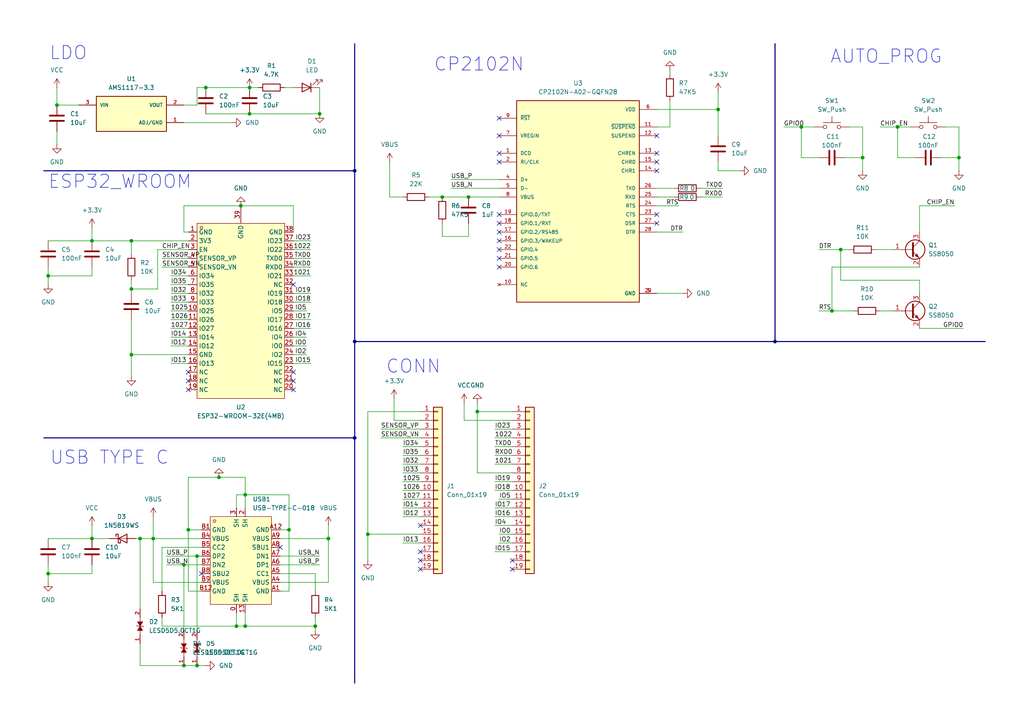
<source format=kicad_sch>
(kicad_sch (version 20250114) (generator "eeschema") (generator_version "9.0")
  (paper "A4")
  (lib_symbols
    (symbol "AMS1117-3.3:AMS1117-3.3" (pin_names (offset 1.016))
      (property "Reference" "U" (at -10.1766 5.5971 0))
      (property "Value" "AMS1117-3.3" (at -10.1692 -8.1354 0))
      (symbol "AMS1117-3.3_0_0"
        (pin input line (at -15.24 2.54 0) (length 5.08) (name "VIN") (number "3"))
        (pin output line (at 15.24 2.54 180) (length 5.08) (name "VOUT") (number "2"))
        (pin power_in line (at 15.24 -2.54 180) (length 5.08) (name "ADJ/GND") (number "1"))
      )
    )
    (symbol "CP2102N-A02-GQFN28:CP2102N-A02-GQFN28" (pin_names (offset 1.016))
      (property "Reference" "U" (at -17.78 33.02 0))
      (property "Value" "CP2102N-A02-GQFN28" (at -17.78 -33.02 0))
      (symbol "CP2102N-A02-GQFN28_0_0"
        (pin input line (at -22.86 25.4 0) (length 5.08) (name "~{RST}") (number "9"))
        (pin input line (at -22.86 20.32 0) (length 5.08) (name "VREGIN") (number "7"))
        (pin input line (at -22.86 15.24 0) (length 5.08) (name "DCD") (number "1"))
        (pin bidirectional line (at -22.86 12.7 0) (length 5.08) (name "RI/CLK") (number "2"))
        (pin bidirectional line (at -22.86 7.62 0) (length 5.08) (name "D+") (number "4"))
        (pin bidirectional line (at -22.86 5.08 0) (length 5.08) (name "D-") (number "5"))
        (pin input line (at -22.86 2.54 0) (length 5.08) (name "VBUS") (number "8"))
        (pin bidirectional line (at -22.86 -2.54 0) (length 5.08) (name "GPIO.0/TXT") (number "19"))
        (pin bidirectional line (at -22.86 -5.08 0) (length 5.08) (name "GPIO.1/RXT") (number "18"))
        (pin bidirectional line (at -22.86 -7.62 0) (length 5.08) (name "GPIO.2/RS485") (number "17"))
        (pin bidirectional line (at -22.86 -10.16 0) (length 5.08) (name "GPIO.3/WAKEUP") (number "16"))
        (pin bidirectional line (at -22.86 -12.7 0) (length 5.08) (name "GPIO.4") (number "22"))
        (pin bidirectional line (at -22.86 -15.24 0) (length 5.08) (name "GPIO.5") (number "21"))
        (pin bidirectional line (at -22.86 -17.78 0) (length 5.08) (name "GPIO.6") (number "20"))
        (pin no_connect line (at -22.86 -22.86 0) (length 5.08) (name "NC") (number "10"))
        (pin power_in line (at 22.86 27.94 180) (length 5.08) (name "VDD") (number "6"))
        (pin output line (at 22.86 22.86 180) (length 5.08) (name "~{SUSPEND}") (number "11"))
        (pin output line (at 22.86 20.32 180) (length 5.08) (name "SUSPEND") (number "12"))
        (pin output line (at 22.86 15.24 180) (length 5.08) (name "CHREN") (number "13"))
        (pin output line (at 22.86 12.7 180) (length 5.08) (name "CHR0") (number "15"))
        (pin output line (at 22.86 10.16 180) (length 5.08) (name "CHR1") (number "14"))
        (pin output line (at 22.86 5.08 180) (length 5.08) (name "TXD") (number "26"))
        (pin input line (at 22.86 2.54 180) (length 5.08) (name "RXD") (number "25"))
        (pin output line (at 22.86 0 180) (length 5.08) (name "RTS") (number "24"))
        (pin input line (at 22.86 -2.54 180) (length 5.08) (name "CTS") (number "23"))
        (pin input line (at 22.86 -5.08 180) (length 5.08) (name "DSR") (number "27"))
        (pin output line (at 22.86 -7.62 180) (length 5.08) (name "DTR") (number "28"))
        (pin power_in line (at 22.86 -25.4 180) (length 5.08) (name "GND") (number "29"))
        (pin power_in line (at 22.86 -25.4 180) (length 5.08) (name "GND") (number "3"))
      )
    )
    (symbol "Connector_Generic:Conn_01x19" (pin_names (offset 1.016) (hide yes))
      (property "Reference" "J" (at 0 25.4 0))
      (property "Value" "Conn_01x19" (at 0 -25.4 0))
      (symbol "Conn_01x19_1_1"
        (pin passive line (at -5.08 22.86 0) (length 3.81) (name "Pin_1") (number "1"))
        (pin passive line (at -5.08 20.32 0) (length 3.81) (name "Pin_2") (number "2"))
        (pin passive line (at -5.08 17.78 0) (length 3.81) (name "Pin_3") (number "3"))
        (pin passive line (at -5.08 15.24 0) (length 3.81) (name "Pin_4") (number "4"))
        (pin passive line (at -5.08 12.7 0) (length 3.81) (name "Pin_5") (number "5"))
        (pin passive line (at -5.08 10.16 0) (length 3.81) (name "Pin_6") (number "6"))
        (pin passive line (at -5.08 7.62 0) (length 3.81) (name "Pin_7") (number "7"))
        (pin passive line (at -5.08 5.08 0) (length 3.81) (name "Pin_8") (number "8"))
        (pin passive line (at -5.08 2.54 0) (length 3.81) (name "Pin_9") (number "9"))
        (pin passive line (at -5.08 0 0) (length 3.81) (name "Pin_10") (number "10"))
        (pin passive line (at -5.08 -2.54 0) (length 3.81) (name "Pin_11") (number "11"))
        (pin passive line (at -5.08 -5.08 0) (length 3.81) (name "Pin_12") (number "12"))
        (pin passive line (at -5.08 -7.62 0) (length 3.81) (name "Pin_13") (number "13"))
        (pin passive line (at -5.08 -10.16 0) (length 3.81) (name "Pin_14") (number "14"))
        (pin passive line (at -5.08 -12.7 0) (length 3.81) (name "Pin_15") (number "15"))
        (pin passive line (at -5.08 -15.24 0) (length 3.81) (name "Pin_16") (number "16"))
        (pin passive line (at -5.08 -17.78 0) (length 3.81) (name "Pin_17") (number "17"))
        (pin passive line (at -5.08 -20.32 0) (length 3.81) (name "Pin_18") (number "18"))
        (pin passive line (at -5.08 -22.86 0) (length 3.81) (name "Pin_19") (number "19"))
      )
    )
    (symbol "Device:C" (pin_numbers (hide yes)) (pin_names (offset 0.254))
      (property "Reference" "C" (at 0.635 2.54 0))
      (property "Value" "C" (at 0.635 -2.54 0))
      (symbol "C_1_1"
        (pin passive line (at 0 3.81 270) (length 2.794) (name "~") (number "1"))
        (pin passive line (at 0 -3.81 90) (length 2.794) (name "~") (number "2"))
      )
    )
    (symbol "Device:LED" (pin_numbers (hide yes)) (pin_names (offset 1.016) (hide yes))
      (property "Reference" "D" (at 0 2.54 0))
      (property "Value" "LED" (at 0 -2.54 0))
      (symbol "LED_1_1"
        (pin passive line (at -3.81 0 0) (length 2.54) (name "K") (number "1"))
        (pin passive line (at 3.81 0 180) (length 2.54) (name "A") (number "2"))
      )
    )
    (symbol "Device:R" (pin_numbers (hide yes)) (pin_names (offset 0))
      (property "Reference" "R" (at 2.032 0 90))
      (property "Value" "R" (at 0 0 90))
      (symbol "R_1_1"
        (pin passive line (at 0 3.81 270) (length 1.27) (name "~") (number "1"))
        (pin passive line (at 0 -3.81 90) (length 1.27) (name "~") (number "2"))
      )
    )
    (symbol "Diode:1N5819WS" (pin_numbers (hide yes)) (pin_names (offset 1.016) (hide yes))
      (property "Reference" "D" (at 0 2.54 0))
      (property "Value" "1N5819WS" (at 0 -2.54 0))
      (symbol "1N5819WS_1_1"
        (pin passive line (at -3.81 0 0) (length 2.54) (name "K") (number "1"))
        (pin passive line (at 3.81 0 180) (length 2.54) (name "A") (number "2"))
      )
    )
    (symbol "ESP32-WROOM-32E-N4:ESP32-WROOM-32E(4MB)"
      (property "Reference" "U" (at 0 35.56 0))
      (property "Value" "ESP32-WROOM-32E(4MB)" (at 0 -27.94 0))
      (symbol "ESP32-WROOM-32E(4MB)_0_1"
        (pin unspecified line (at -15.24 22.86 0) (length 2.54) (name "GND") (number "1"))
        (pin unspecified line (at -15.24 20.32 0) (length 2.54) (name "3V3") (number "2"))
        (pin unspecified line (at -15.24 17.78 0) (length 2.54) (name "EN") (number "3"))
        (pin unspecified line (at -15.24 15.24 0) (length 2.54) (name "SENSOR_VP") (number "4"))
        (pin unspecified line (at -15.24 12.7 0) (length 2.54) (name "SENSOR_VN") (number "5"))
        (pin unspecified line (at -15.24 10.16 0) (length 2.54) (name "IO34") (number "6"))
        (pin unspecified line (at -15.24 7.62 0) (length 2.54) (name "IO35") (number "7"))
        (pin unspecified line (at -15.24 5.08 0) (length 2.54) (name "IO32") (number "8"))
        (pin unspecified line (at -15.24 2.54 0) (length 2.54) (name "IO33") (number "9"))
        (pin unspecified line (at -15.24 0 0) (length 2.54) (name "IO25") (number "10"))
        (pin unspecified line (at -15.24 -2.54 0) (length 2.54) (name "IO26") (number "11"))
        (pin unspecified line (at -15.24 -5.08 0) (length 2.54) (name "IO27") (number "12"))
        (pin unspecified line (at -15.24 -7.62 0) (length 2.54) (name "IO14") (number "13"))
        (pin unspecified line (at -15.24 -10.16 0) (length 2.54) (name "IO12") (number "14"))
        (pin unspecified line (at -15.24 -12.7 0) (length 2.54) (name "GND") (number "15"))
        (pin unspecified line (at -15.24 -15.24 0) (length 2.54) (name "IO13") (number "16"))
        (pin unspecified line (at -15.24 -17.78 0) (length 2.54) (name "NC") (number "17"))
        (pin unspecified line (at -15.24 -20.32 0) (length 2.54) (name "NC") (number "18"))
        (pin unspecified line (at -15.24 -22.86 0) (length 2.54) (name "NC") (number "19"))
        (pin unspecified line (at 0 30.48 270) (length 5.08) (name "GND") (number "39"))
        (pin unspecified line (at 15.24 22.86 180) (length 2.54) (name "GND") (number "38"))
        (pin unspecified line (at 15.24 20.32 180) (length 2.54) (name "IO23") (number "37"))
        (pin unspecified line (at 15.24 17.78 180) (length 2.54) (name "IO22") (number "36"))
        (pin unspecified line (at 15.24 15.24 180) (length 2.54) (name "TXD0") (number "35"))
        (pin unspecified line (at 15.24 12.7 180) (length 2.54) (name "RXD0") (number "34"))
        (pin unspecified line (at 15.24 10.16 180) (length 2.54) (name "IO21") (number "33"))
        (pin unspecified line (at 15.24 7.62 180) (length 2.54) (name "NC") (number "32"))
        (pin unspecified line (at 15.24 5.08 180) (length 2.54) (name "IO19") (number "31"))
        (pin unspecified line (at 15.24 2.54 180) (length 2.54) (name "IO18") (number "30"))
        (pin unspecified line (at 15.24 0 180) (length 2.54) (name "IO5") (number "29"))
        (pin unspecified line (at 15.24 -2.54 180) (length 2.54) (name "IO17") (number "28"))
        (pin unspecified line (at 15.24 -5.08 180) (length 2.54) (name "IO16") (number "27"))
        (pin unspecified line (at 15.24 -7.62 180) (length 2.54) (name "IO4") (number "26"))
        (pin unspecified line (at 15.24 -10.16 180) (length 2.54) (name "IO0") (number "25"))
        (pin unspecified line (at 15.24 -12.7 180) (length 2.54) (name "IO2") (number "24"))
        (pin unspecified line (at 15.24 -15.24 180) (length 2.54) (name "IO15") (number "23"))
        (pin unspecified line (at 15.24 -17.78 180) (length 2.54) (name "NC") (number "22"))
        (pin unspecified line (at 15.24 -20.32 180) (length 2.54) (name "NC") (number "21"))
        (pin unspecified line (at 15.24 -22.86 180) (length 2.54) (name "NC") (number "20"))
      )
    )
    (symbol "LESD5D5.0CT1G:LESD5D5.0CT1G" (pin_names (offset 1.016))
      (property "Reference" "D" (at -5.08 2.54 0))
      (property "Value" "LESD5D5.0CT1G" (at -5.08 -5.08 0))
      (symbol "LESD5D5.0CT1G_0_0"
        (pin passive line (at -5.08 0 0) (length 2.54) (name "~") (number "1"))
        (pin passive line (at 5.08 0 180) (length 2.54) (name "~") (number "2"))
      )
    )
    (symbol "Switch:SW_Push" (pin_numbers (hide yes)) (pin_names (offset 1.016) (hide yes))
      (property "Reference" "SW" (at 1.27 2.54 0))
      (property "Value" "SW_Push" (at 0 -1.524 0))
      (symbol "SW_Push_0_1"
        (pin passive line (at -5.08 0 0) (length 2.54) (name "1") (number "1"))
        (pin passive line (at 5.08 0 180) (length 2.54) (name "2") (number "2"))
      )
    )
    (symbol "Transistor_BJT:SS8050" (pin_names (offset 0) (hide yes))
      (property "Reference" "Q" (at 5.08 1.905 0))
      (property "Value" "SS8050" (at 5.08 0 0))
      (symbol "SS8050_1_1"
        (pin input line (at -5.08 0 0) (length 2.54) (name "B") (number "1"))
        (pin passive line (at 2.54 5.08 270) (length 2.54) (name "C") (number "3"))
        (pin passive line (at 2.54 -5.08 90) (length 2.54) (name "E") (number "2"))
      )
    )
    (symbol "Usb_type_c_018:USB-TYPE-C-018"
      (property "Reference" "USB" (at 0 20.32 0))
      (property "Value" "USB-TYPE-C-018" (at 0 -20.32 0))
      (symbol "USB-TYPE-C-018_0_1"
        (pin unspecified line (at -11.43 8.89 0) (length 2.54) (name "GND") (number "B1"))
        (pin unspecified line (at -11.43 6.35 0) (length 2.54) (name "VBUS") (number "B4"))
        (pin unspecified line (at -11.43 3.81 0) (length 2.54) (name "CC2") (number "B5"))
        (pin unspecified line (at -11.43 1.27 0) (length 2.54) (name "DP2") (number "B6"))
        (pin unspecified line (at -11.43 -1.27 0) (length 2.54) (name "DN2") (number "B7"))
        (pin unspecified line (at -11.43 -3.81 0) (length 2.54) (name "SBU2") (number "B8"))
        (pin unspecified line (at -11.43 -6.35 0) (length 2.54) (name "VBUS") (number "B9"))
        (pin unspecified line (at -11.43 -8.89 0) (length 2.54) (name "GND") (number "B12"))
        (pin unspecified line (at -1.27 15.24 270) (length 2.54) (name "SH") (number "3"))
        (pin unspecified line (at -1.27 -15.24 90) (length 2.54) (name "SH") (number "0"))
        (pin unspecified line (at 1.27 15.24 270) (length 2.54) (name "SH") (number "2"))
        (pin unspecified line (at 1.27 -15.24 90) (length 2.54) (name "SH") (number "13"))
        (pin unspecified line (at 11.43 8.89 180) (length 2.54) (name "GND") (number "A12"))
        (pin unspecified line (at 11.43 6.35 180) (length 2.54) (name "VBUS") (number "A9"))
        (pin unspecified line (at 11.43 3.81 180) (length 2.54) (name "SBU1") (number "A8"))
        (pin unspecified line (at 11.43 1.27 180) (length 2.54) (name "DN1") (number "A7"))
        (pin unspecified line (at 11.43 -1.27 180) (length 2.54) (name "DP1") (number "A6"))
        (pin unspecified line (at 11.43 -3.81 180) (length 2.54) (name "CC1") (number "A5"))
        (pin unspecified line (at 11.43 -6.35 180) (length 2.54) (name "VBUS") (number "A4"))
        (pin unspecified line (at 11.43 -8.89 180) (length 2.54) (name "GND") (number "A1"))
      )
    )
    (symbol "power:+3.3V" (power) (pin_numbers (hide yes)) (pin_names (offset 0) (hide yes))
      (property "Value" "+3.3V" (at 0 3.556 0))
      (symbol "+3.3V_1_1"
        (pin power_in line (at 0 0 90) (length 0) (name "~") (number "1"))
      )
    )
    (symbol "power:GND" (power) (pin_numbers (hide yes)) (pin_names (offset 0) (hide yes))
      (property "Value" "GND" (at 0 -3.81 0))
      (symbol "GND_1_1"
        (pin power_in line (at 0 0 270) (length 0) (name "~") (number "1"))
      )
    )
    (symbol "power:VBUS" (power) (pin_numbers (hide yes)) (pin_names (offset 0) (hide yes))
      (property "Value" "VBUS" (at 0 3.556 0))
      (symbol "VBUS_1_1"
        (pin power_in line (at 0 0 90) (length 0) (name "~") (number "1"))
      )
    )
    (symbol "power:VCC" (power) (pin_numbers (hide yes)) (pin_names (offset 0) (hide yes))
      (property "Value" "VCC" (at 0 3.556 0))
      (symbol "VCC_1_1"
        (pin power_in line (at 0 0 90) (length 0) (name "~") (number "1"))
      )
    )
  )
  (text "ESP32_WROOM" (at 34.798 52.832 0) (effects (font (size 3.81 3.81))))
  (text "CP2102N" (at 138.938 18.796 0) (effects (font (size 3.81 3.81))))
  (text "USB TYPE C\n" (at 31.75 132.842 0) (effects (font (size 3.81 3.81))))
  (text "AUTO_PROG" (at 257.048 16.51 0) (effects (font (size 3.81 3.81))))
  (text "CONN" (at 119.888 106.426 0) (effects (font (size 3.81 3.81))))
  (text "LDO" (at 19.812 15.494 0) (effects (font (size 3.81 3.81))))
  (junction (at 260.35 36.83))
  (junction (at 95.25 156.21))
  (junction (at 278.13 45.72))
  (junction (at 71.12 181.61))
  (junction (at 44.45 156.21))
  (junction (at 26.67 156.21))
  (junction (at 102.87 49.53))
  (junction (at 59.69 25.4))
  (junction (at 26.67 69.85))
  (junction (at 208.28 31.75))
  (junction (at 243.84 72.39))
  (junction (at 40.64 156.21))
  (junction (at 232.41 36.83))
  (junction (at 102.87 99.06))
  (junction (at 72.39 25.4))
  (junction (at 69.85 59.69))
  (junction (at 68.58 181.61))
  (junction (at 128.27 57.15))
  (junction (at 38.1 83.82))
  (junction (at 57.15 193.04))
  (junction (at 16.51 30.48))
  (junction (at 106.68 154.94))
  (junction (at 63.5 138.43))
  (junction (at 91.44 181.61))
  (junction (at 72.39 33.02))
  (junction (at 102.87 127))
  (junction (at 13.97 166.37))
  (junction (at 53.34 163.83))
  (junction (at 135.89 57.15))
  (junction (at 71.12 143.51))
  (junction (at 241.3 90.17))
  (junction (at 250.19 45.72))
  (junction (at 54.61 153.67))
  (junction (at 83.82 153.67))
  (junction (at 13.97 80.01))
  (junction (at 53.34 193.04))
  (junction (at 138.43 119.38))
  (junction (at 92.71 33.02))
  (junction (at 224.79 99.06))
  (junction (at 57.15 161.29))
  (junction (at 38.1 102.87))
  (junction (at 38.1 69.85))
  (no_connect (at 144.78 77.47))
  (no_connect (at 190.5 39.37))
  (no_connect (at 144.78 67.31))
  (no_connect (at 144.78 44.45))
  (no_connect (at 144.78 39.37))
  (no_connect (at 190.5 46.99))
  (no_connect (at 54.61 113.03))
  (no_connect (at 190.5 62.23))
  (no_connect (at 148.59 162.56))
  (no_connect (at 144.78 34.29))
  (no_connect (at 190.5 49.53))
  (no_connect (at 144.78 62.23))
  (no_connect (at 121.92 160.02))
  (no_connect (at 54.61 110.49))
  (no_connect (at 121.92 162.56))
  (no_connect (at 190.5 44.45))
  (no_connect (at 81.28 158.75))
  (no_connect (at 144.78 74.93))
  (no_connect (at 148.59 165.1))
  (no_connect (at 85.09 113.03))
  (no_connect (at 144.78 72.39))
  (no_connect (at 121.92 165.1))
  (no_connect (at 85.09 107.95))
  (no_connect (at 144.78 46.99))
  (no_connect (at 54.61 107.95))
  (no_connect (at 190.5 64.77))
  (no_connect (at 58.42 166.37))
  (no_connect (at 144.78 69.85))
  (no_connect (at 144.78 64.77))
  (no_connect (at 121.92 152.4))
  (no_connect (at 85.09 110.49))
  (no_connect (at 85.09 82.55))
  (wire (pts (xy 85.09 69.85) (xy 90.17 69.85)))
  (wire (pts (xy 116.84 149.86) (xy 121.92 149.86)))
  (wire (pts (xy 53.34 193.04) (xy 40.64 193.04)))
  (wire (pts (xy 265.43 45.72) (xy 260.35 45.72)))
  (wire (pts (xy 121.92 154.94) (xy 106.68 154.94)))
  (wire (pts (xy 54.61 153.67) (xy 58.42 153.67)))
  (wire (pts (xy 113.03 46.99) (xy 113.03 57.15)))
  (wire (pts (xy 53.34 67.31) (xy 53.34 59.69)))
  (wire (pts (xy 148.59 149.86) (xy 143.51 149.86)))
  (wire (pts (xy 255.27 36.83) (xy 260.35 36.83)))
  (wire (pts (xy 227.33 36.83) (xy 232.41 36.83)))
  (wire (pts (xy 71.12 143.51) (xy 71.12 138.43)))
  (wire (pts (xy 194.31 36.83) (xy 194.31 29.21)))
  (wire (pts (xy 59.69 25.4) (xy 72.39 25.4)))
  (wire (pts (xy 13.97 69.85) (xy 26.67 69.85)))
  (wire (pts (xy 208.28 31.75) (xy 208.28 26.67)))
  (wire (pts (xy 38.1 83.82) (xy 38.1 85.09)))
  (wire (pts (xy 116.84 157.48) (xy 121.92 157.48)))
  (wire (pts (xy 237.49 90.17) (xy 241.3 90.17)))
  (wire (pts (xy 85.09 67.31) (xy 85.09 59.69)))
  (wire (pts (xy 243.84 81.28) (xy 243.84 72.39)))
  (wire (pts (xy 26.67 69.85) (xy 38.1 69.85)))
  (wire (pts (xy 82.55 25.4) (xy 85.09 25.4)))
  (wire (pts (xy 254 72.39) (xy 259.08 72.39)))
  (wire (pts (xy 278.13 45.72) (xy 278.13 36.83)))
  (wire (pts (xy 85.09 97.79) (xy 88.9 97.79)))
  (wire (pts (xy 13.97 80.01) (xy 13.97 82.55)))
  (wire (pts (xy 49.53 87.63) (xy 54.61 87.63)))
  (wire (pts (xy 71.12 177.8) (xy 71.12 181.61)))
  (wire (pts (xy 190.5 31.75) (xy 208.28 31.75)))
  (wire (pts (xy 106.68 154.94) (xy 106.68 162.56)))
  (wire (pts (xy 114.3 121.92) (xy 114.3 115.57)))
  (wire (pts (xy 148.59 127) (xy 143.51 127)))
  (wire (pts (xy 26.67 80.01) (xy 13.97 80.01)))
  (wire (pts (xy 83.82 171.45) (xy 83.82 153.67)))
  (wire (pts (xy 250.19 45.72) (xy 250.19 36.83)))
  (wire (pts (xy 68.58 177.8) (xy 68.58 181.61)))
  (wire (pts (xy 49.53 82.55) (xy 54.61 82.55)))
  (wire (pts (xy 95.25 156.21) (xy 95.25 168.91)))
  (wire (pts (xy 48.26 161.29) (xy 57.15 161.29)))
  (wire (pts (xy 85.09 102.87) (xy 88.9 102.87)))
  (wire (pts (xy 49.53 85.09) (xy 54.61 85.09)))
  (wire (pts (xy 190.5 85.09) (xy 198.12 85.09)))
  (wire (pts (xy 72.39 33.02) (xy 92.71 33.02)))
  (wire (pts (xy 38.1 102.87) (xy 38.1 109.22)))
  (wire (pts (xy 116.84 144.78) (xy 121.92 144.78)))
  (wire (pts (xy 148.59 134.62) (xy 143.51 134.62)))
  (wire (pts (xy 237.49 45.72) (xy 232.41 45.72)))
  (wire (pts (xy 46.99 179.07) (xy 46.99 181.61)))
  (wire (pts (xy 57.15 25.4) (xy 59.69 25.4)))
  (wire (pts (xy 116.84 139.7) (xy 121.92 139.7)))
  (wire (pts (xy 110.49 127) (xy 121.92 127)))
  (wire (pts (xy 245.11 45.72) (xy 250.19 45.72)))
  (wire (pts (xy 26.67 163.83) (xy 26.67 166.37)))
  (wire (pts (xy 148.59 154.94) (xy 144.78 154.94)))
  (bus (pts (xy 224.79 12.7) (xy 224.79 99.06)))
  (wire (pts (xy 85.09 92.71) (xy 90.17 92.71)))
  (wire (pts (xy 266.7 59.69) (xy 276.86 59.69)))
  (wire (pts (xy 148.59 144.78) (xy 144.78 144.78)))
  (wire (pts (xy 148.59 121.92) (xy 134.62 121.92)))
  (wire (pts (xy 128.27 68.58) (xy 135.89 68.58)))
  (wire (pts (xy 44.45 168.91) (xy 58.42 168.91)))
  (wire (pts (xy 148.59 124.46) (xy 143.51 124.46)))
  (wire (pts (xy 266.7 77.47) (xy 241.3 77.47)))
  (wire (pts (xy 266.7 67.31) (xy 266.7 59.69)))
  (wire (pts (xy 72.39 25.4) (xy 74.93 25.4)))
  (wire (pts (xy 68.58 147.32) (xy 68.58 143.51)))
  (wire (pts (xy 26.67 66.04) (xy 26.67 69.85)))
  (wire (pts (xy 26.67 166.37) (xy 13.97 166.37)))
  (wire (pts (xy 38.1 92.71) (xy 38.1 102.87)))
  (wire (pts (xy 91.44 166.37) (xy 81.28 166.37)))
  (wire (pts (xy 190.5 57.15) (xy 195.58 57.15)))
  (wire (pts (xy 190.5 67.31) (xy 198.12 67.31)))
  (wire (pts (xy 71.12 143.51) (xy 83.82 143.51)))
  (wire (pts (xy 203.2 54.61) (xy 209.55 54.61)))
  (wire (pts (xy 116.84 134.62) (xy 121.92 134.62)))
  (wire (pts (xy 130.81 52.07) (xy 144.78 52.07)))
  (wire (pts (xy 16.51 25.4) (xy 16.51 30.48)))
  (wire (pts (xy 46.99 181.61) (xy 68.58 181.61)))
  (wire (pts (xy 53.34 59.69) (xy 69.85 59.69)))
  (wire (pts (xy 85.09 105.41) (xy 90.17 105.41)))
  (wire (pts (xy 49.53 105.41) (xy 54.61 105.41)))
  (wire (pts (xy 148.59 142.24) (xy 143.51 142.24)))
  (wire (pts (xy 273.05 45.72) (xy 278.13 45.72)))
  (wire (pts (xy 54.61 138.43) (xy 63.5 138.43)))
  (wire (pts (xy 138.43 116.84) (xy 138.43 119.38)))
  (wire (pts (xy 44.45 156.21) (xy 44.45 149.86)))
  (wire (pts (xy 57.15 30.48) (xy 53.34 30.48)))
  (wire (pts (xy 57.15 30.48) (xy 57.15 25.4)))
  (wire (pts (xy 116.84 129.54) (xy 121.92 129.54)))
  (wire (pts (xy 85.09 74.93) (xy 90.17 74.93)))
  (wire (pts (xy 85.09 77.47) (xy 90.17 77.47)))
  (wire (pts (xy 38.1 81.28) (xy 38.1 83.82)))
  (wire (pts (xy 59.69 33.02) (xy 72.39 33.02)))
  (wire (pts (xy 54.61 171.45) (xy 54.61 153.67)))
  (wire (pts (xy 49.53 97.79) (xy 54.61 97.79)))
  (wire (pts (xy 13.97 163.83) (xy 13.97 166.37)))
  (wire (pts (xy 58.42 171.45) (xy 54.61 171.45)))
  (wire (pts (xy 49.53 95.25) (xy 54.61 95.25)))
  (bus (pts (xy 12.7 49.53) (xy 102.87 49.53)))
  (wire (pts (xy 148.59 139.7) (xy 143.51 139.7)))
  (wire (pts (xy 130.81 54.61) (xy 144.78 54.61)))
  (wire (pts (xy 26.67 156.21) (xy 31.75 156.21)))
  (wire (pts (xy 134.62 116.84) (xy 134.62 121.92)))
  (wire (pts (xy 85.09 100.33) (xy 88.9 100.33)))
  (wire (pts (xy 85.09 59.69) (xy 69.85 59.69)))
  (bus (pts (xy 12.7 127) (xy 102.87 127)))
  (wire (pts (xy 91.44 171.45) (xy 91.44 166.37)))
  (wire (pts (xy 46.99 74.93) (xy 54.61 74.93)))
  (wire (pts (xy 81.28 171.45) (xy 83.82 171.45)))
  (wire (pts (xy 116.84 132.08) (xy 121.92 132.08)))
  (wire (pts (xy 81.28 156.21) (xy 95.25 156.21)))
  (wire (pts (xy 232.41 45.72) (xy 232.41 36.83)))
  (wire (pts (xy 81.28 168.91) (xy 95.25 168.91)))
  (wire (pts (xy 85.09 80.01) (xy 90.17 80.01)))
  (bus (pts (xy 102.87 99.06) (xy 102.87 127)))
  (wire (pts (xy 57.15 161.29) (xy 58.42 161.29)))
  (wire (pts (xy 85.09 72.39) (xy 90.17 72.39)))
  (wire (pts (xy 278.13 45.72) (xy 278.13 49.53)))
  (wire (pts (xy 81.28 163.83) (xy 92.71 163.83)))
  (wire (pts (xy 266.7 81.28) (xy 243.84 81.28)))
  (wire (pts (xy 68.58 181.61) (xy 71.12 181.61)))
  (wire (pts (xy 208.28 49.53) (xy 214.63 49.53)))
  (wire (pts (xy 148.59 147.32) (xy 143.51 147.32)))
  (wire (pts (xy 148.59 152.4) (xy 143.51 152.4)))
  (wire (pts (xy 53.34 35.56) (xy 67.31 35.56)))
  (wire (pts (xy 250.19 45.72) (xy 250.19 49.53)))
  (wire (pts (xy 53.34 163.83) (xy 53.34 182.88)))
  (wire (pts (xy 38.1 102.87) (xy 54.61 102.87)))
  (wire (pts (xy 54.61 67.31) (xy 53.34 67.31)))
  (wire (pts (xy 194.31 20.32) (xy 194.31 21.59)))
  (wire (pts (xy 54.61 72.39) (xy 45.72 72.39)))
  (wire (pts (xy 113.03 57.15) (xy 116.84 57.15)))
  (wire (pts (xy 266.7 85.09) (xy 266.7 81.28)))
  (wire (pts (xy 278.13 36.83) (xy 274.32 36.83)))
  (wire (pts (xy 241.3 77.47) (xy 241.3 90.17)))
  (wire (pts (xy 203.2 57.15) (xy 209.55 57.15)))
  (wire (pts (xy 85.09 85.09) (xy 90.17 85.09)))
  (wire (pts (xy 116.84 147.32) (xy 121.92 147.32)))
  (wire (pts (xy 46.99 77.47) (xy 54.61 77.47)))
  (wire (pts (xy 148.59 137.16) (xy 138.43 137.16)))
  (wire (pts (xy 85.09 90.17) (xy 88.9 90.17)))
  (wire (pts (xy 26.67 77.47) (xy 26.67 80.01)))
  (wire (pts (xy 148.59 129.54) (xy 143.51 129.54)))
  (wire (pts (xy 16.51 30.48) (xy 22.86 30.48)))
  (wire (pts (xy 190.5 54.61) (xy 195.58 54.61)))
  (wire (pts (xy 57.15 193.04) (xy 53.34 193.04)))
  (wire (pts (xy 46.99 158.75) (xy 46.99 171.45)))
  (wire (pts (xy 255.27 90.17) (xy 259.08 90.17)))
  (wire (pts (xy 243.84 72.39) (xy 246.38 72.39)))
  (wire (pts (xy 190.5 59.69) (xy 196.85 59.69)))
  (wire (pts (xy 138.43 119.38) (xy 138.43 137.16)))
  (bus (pts (xy 102.87 99.06) (xy 224.79 99.06)))
  (wire (pts (xy 83.82 153.67) (xy 83.82 143.51)))
  (wire (pts (xy 135.89 64.77) (xy 135.89 68.58)))
  (wire (pts (xy 40.64 156.21) (xy 44.45 156.21)))
  (wire (pts (xy 106.68 154.94) (xy 106.68 119.38)))
  (wire (pts (xy 48.26 163.83) (xy 53.34 163.83)))
  (wire (pts (xy 59.69 193.04) (xy 57.15 193.04)))
  (wire (pts (xy 71.12 181.61) (xy 91.44 181.61)))
  (wire (pts (xy 116.84 142.24) (xy 121.92 142.24)))
  (wire (pts (xy 13.97 77.47) (xy 13.97 80.01)))
  (wire (pts (xy 208.28 31.75) (xy 208.28 39.37)))
  (wire (pts (xy 71.12 147.32) (xy 71.12 143.51)))
  (wire (pts (xy 91.44 181.61) (xy 91.44 182.88)))
  (wire (pts (xy 116.84 137.16) (xy 121.92 137.16)))
  (wire (pts (xy 260.35 36.83) (xy 264.16 36.83)))
  (wire (pts (xy 58.42 158.75) (xy 46.99 158.75)))
  (wire (pts (xy 58.42 156.21) (xy 44.45 156.21)))
  (wire (pts (xy 38.1 69.85) (xy 54.61 69.85)))
  (wire (pts (xy 208.28 46.99) (xy 208.28 49.53)))
  (wire (pts (xy 13.97 166.37) (xy 13.97 168.91)))
  (bus (pts (xy 102.87 127) (xy 102.87 198.12)))
  (wire (pts (xy 124.46 57.15) (xy 128.27 57.15)))
  (wire (pts (xy 190.5 36.83) (xy 194.31 36.83)))
  (wire (pts (xy 54.61 153.67) (xy 54.61 138.43)))
  (wire (pts (xy 121.92 121.92) (xy 114.3 121.92)))
  (wire (pts (xy 13.97 156.21) (xy 26.67 156.21)))
  (wire (pts (xy 40.64 193.04) (xy 40.64 186.69)))
  (wire (pts (xy 91.44 179.07) (xy 91.44 181.61)))
  (wire (pts (xy 71.12 138.43) (xy 63.5 138.43)))
  (bus (pts (xy 224.79 99.06) (xy 285.75 99.06)))
  (wire (pts (xy 128.27 57.15) (xy 135.89 57.15)))
  (wire (pts (xy 39.37 156.21) (xy 40.64 156.21)))
  (wire (pts (xy 45.72 72.39) (xy 45.72 83.82)))
  (wire (pts (xy 45.72 83.82) (xy 38.1 83.82)))
  (wire (pts (xy 49.53 100.33) (xy 54.61 100.33)))
  (wire (pts (xy 81.28 161.29) (xy 92.71 161.29)))
  (wire (pts (xy 144.78 157.48) (xy 148.59 157.48)))
  (wire (pts (xy 53.34 163.83) (xy 58.42 163.83)))
  (wire (pts (xy 44.45 168.91) (xy 44.45 156.21)))
  (wire (pts (xy 148.59 132.08) (xy 143.51 132.08)))
  (wire (pts (xy 16.51 38.1) (xy 16.51 41.91)))
  (wire (pts (xy 135.89 57.15) (xy 144.78 57.15)))
  (wire (pts (xy 241.3 90.17) (xy 247.65 90.17)))
  (wire (pts (xy 49.53 90.17) (xy 54.61 90.17)))
  (bus (pts (xy 102.87 49.53) (xy 102.87 99.06)))
  (wire (pts (xy 92.71 25.4) (xy 92.71 33.02)))
  (wire (pts (xy 49.53 92.71) (xy 54.61 92.71)))
  (wire (pts (xy 237.49 72.39) (xy 243.84 72.39)))
  (wire (pts (xy 68.58 143.51) (xy 71.12 143.51)))
  (bus (pts (xy 102.87 12.7) (xy 102.87 49.53)))
  (wire (pts (xy 81.28 153.67) (xy 83.82 153.67)))
  (wire (pts (xy 143.51 160.02) (xy 148.59 160.02)))
  (wire (pts (xy 26.67 152.4) (xy 26.67 156.21)))
  (wire (pts (xy 266.7 95.25) (xy 279.4 95.25)))
  (wire (pts (xy 250.19 36.83) (xy 246.38 36.83)))
  (wire (pts (xy 138.43 119.38) (xy 148.59 119.38)))
  (wire (pts (xy 110.49 124.46) (xy 121.92 124.46)))
  (wire (pts (xy 38.1 69.85) (xy 38.1 73.66)))
  (wire (pts (xy 106.68 119.38) (xy 121.92 119.38)))
  (wire (pts (xy 49.53 80.01) (xy 54.61 80.01)))
  (wire (pts (xy 95.25 152.4) (xy 95.25 156.21)))
  (wire (pts (xy 128.27 64.77) (xy 128.27 68.58)))
  (wire (pts (xy 57.15 161.29) (xy 57.15 182.88)))
  (wire (pts (xy 260.35 45.72) (xy 260.35 36.83)))
  (wire (pts (xy 40.64 156.21) (xy 40.64 176.53)))
  (wire (pts (xy 85.09 95.25) (xy 90.17 95.25)))
  (wire (pts (xy 232.41 36.83) (xy 236.22 36.83)))
  (wire (pts (xy 85.09 87.63) (xy 90.17 87.63)))
  (label "IO34" (at 116.84 129.54 0))
  (label "USB_N" (at 130.81 54.61 0))
  (label "USB_N" (at 48.26 163.83 0))
  (label "RXD0" (at 90.17 77.47 180))
  (label "CHIP_EN" (at 276.86 59.69 180))
  (label "1022" (at 143.51 127 0))
  (label "IO13" (at 116.84 157.48 0))
  (label "IO4" (at 143.51 152.4 0))
  (label "DTR" (at 237.49 72.39 0))
  (label "IO17" (at 143.51 147.32 0))
  (label "IO14" (at 49.53 97.79 0))
  (label "IO18" (at 90.17 87.63 180))
  (label "SENSOR_VN" (at 110.49 127 0))
  (label "1025" (at 116.84 139.7 0))
  (label "1025" (at 49.53 90.17 0))
  (label "IO16" (at 90.17 95.25 180))
  (label "TXD0" (at 209.55 54.61 180))
  (label "IO12" (at 49.53 100.33 0))
  (label "CHIP_EN" (at 255.27 36.83 0))
  (label "IO33" (at 116.84 137.16 0))
  (label "IO32" (at 116.84 134.62 0))
  (label "IO23" (at 143.51 124.46 0))
  (label "IO32" (at 49.53 85.09 0))
  (label "RTS" (at 237.49 90.17 0))
  (label "IO23" (at 90.17 69.85 180))
  (label "TXD0" (at 143.51 129.54 0))
  (label "IO2" (at 88.9 102.87 180))
  (label "IO2" (at 144.78 157.48 0))
  (label "TXD0" (at 90.17 74.93 180))
  (label "IO34" (at 49.53 80.01 0))
  (label "SENSOR_VP" (at 46.99 74.93 0))
  (label "IO14" (at 116.84 147.32 0))
  (label "GPIO0" (at 227.33 36.83 0))
  (label "1027" (at 49.53 95.25 0))
  (label "IO15" (at 90.17 105.41 180))
  (label "IO18" (at 143.51 142.24 0))
  (label "IO16" (at 143.51 149.86 0))
  (label "USB_P" (at 92.71 163.83 180))
  (label "RXD0" (at 209.55 57.15 180))
  (label "GPIO0" (at 279.4 95.25 180))
  (label "1026" (at 49.53 92.71 0))
  (label "IO15" (at 143.51 160.02 0))
  (label "USB_N" (at 92.71 161.29 180))
  (label "1021" (at 90.17 80.01 180))
  (label "CHIP_EN" (at 46.99 72.39 0))
  (label "IO35" (at 49.53 82.55 0))
  (label "1026" (at 116.84 142.24 0))
  (label "IO19" (at 90.17 85.09 180))
  (label "IO17" (at 90.17 92.71 180))
  (label "1027" (at 116.84 144.78 0))
  (label "1021" (at 143.51 134.62 0))
  (label "USB_P" (at 130.81 52.07 0))
  (label "IO13" (at 49.53 105.41 0))
  (label "DTR" (at 198.12 67.31 180))
  (label "IO33" (at 49.53 87.63 0))
  (label "IO5" (at 144.78 144.78 0))
  (label "IO12" (at 116.84 149.86 0))
  (label "IO4" (at 88.9 97.79 180))
  (label "USB_P" (at 48.26 161.29 0))
  (label "IO5" (at 88.9 90.17 180))
  (label "RTS" (at 196.85 59.69 180))
  (label "1022" (at 90.17 72.39 180))
  (label "IO35" (at 116.84 132.08 0))
  (label "IO19" (at 143.51 139.7 0))
  (label "IO0" (at 144.78 154.94 0))
  (label "SENSOR_VN" (at 46.99 77.47 0))
  (label "SENSOR_VP" (at 110.49 124.46 0))
  (label "IO0" (at 88.9 100.33 180))
  (label "RXD0" (at 143.51 132.08 0))
  (symbol (lib_id "AMS1117-3.3:AMS1117-3.3") (at 38.1 33.02 0) (unit 1)
    (property "Reference" "U1" (at 38.1 22.86 0))
    (property "Value" "AMS1117-3.3" (at 38.1 25.4 0))
    (property "Footprint" "Package_TO_SOT_SMD:SOT-223-3_TabPin2" (effects (hide yes)))
    (property "DigiKey_Part_Number" "4518-AMS1117-3.3CT-ND" (effects (hide yes)))
    (property "SnapEDA_Link" "https://www.snapeda.com/parts/AMS1117-3.3/UMW/view-part/?ref=snap" (effects (hide yes)))
    (property "Description_1" "Linear Voltage Regulator IC Positive Fixed 1 Output 1A SOT-223-3L" (effects (hide yes)))
    (property "PACKAGE" "SOT-223 ams" (effects (hide yes)))
    (property "PRICE" "None" (effects (hide yes)))
    (property "Package" "SOT-223-3L UMW" (effects (hide yes)))
    (property "Check_prices" "https://www.snapeda.com/parts/AMS1117-3.3/UMW/view-part/?ref=eda" (effects (hide yes)))
    (property "STANDARD" "IPC-7351B" (effects (hide yes)))
    (property "PARTREV" "NA" (effects (hide yes)))
    (property "MF" "UMW" (effects (hide yes)))
    (property "MP" "AMS1117-3.3" (effects (hide yes)))
    (property "AVAILABILITY" "Unavailable" (effects (hide yes)))
    (property "MANUFACTURER" "Advanced Mololithic Systems" (effects (hide yes)))
  )
  (symbol (lib_id "power:GND") (at 250.19 49.53 0) (unit 1)
    (property "Reference" "#PWR022" (effects (hide yes)))
    (property "Value" "GND" (at 250.19 54.61 0))
    (property "Description" "Power symbol creates a global label with name \"GND\" , ground" (effects (hide yes)))
  )
  (symbol (lib_id "Device:R") (at 251.46 90.17 90) (unit 1)
    (property "Reference" "R10" (at 251.46 83.82 90))
    (property "Value" "10K" (at 251.46 86.36 90))
    (property "Footprint" "Resistor_SMD:R_0402_1005Metric" (effects (hide yes)))
    (property "Description" "Resistor" (effects (hide yes)))
  )
  (symbol (lib_id "LESD5D5.0CT1G:LESD5D5.0CT1G") (at 53.34 187.96 90) (unit 1)
    (property "Reference" "D4" (at 55.88 186.6899 90) (effects (justify right)))
    (property "Value" "LESD5D5.0CT1G" (at 55.88 189.2299 90) (effects (justify right)))
    (property "Footprint" "LESD5D5.0CT1G:TVS_LESD5D5.0CT1G" (effects (hide yes)))
    (property "MF" "Leshan Radio Co." (effects (hide yes)))
    (property "MAXIMUM_PACKAGE_HEIGHT" "0.7 mm" (effects (hide yes)))
    (property "Package" "None" (effects (hide yes)))
    (property "Price" "None" (effects (hide yes)))
    (property "Check_prices" "https://www.snapeda.com/parts/LESD5D5.0CT1G/Leshan+Radio/view-part/?ref=eda" (effects (hide yes)))
    (property "STANDARD" "Manufacturer Recommendations" (effects (hide yes)))
    (property "PARTREV" "O" (effects (hide yes)))
    (property "SnapEDA_Link" "https://www.snapeda.com/parts/LESD5D5.0CT1G/Leshan+Radio/view-part/?ref=snap" (effects (hide yes)))
    (property "MP" "LESD5D5.0CT1G" (effects (hide yes)))
    (property "Description_1" "Transient Voltage Suppressors for ESD Protection" (effects (hide yes)))
    (property "Availability" "In Stock" (effects (hide yes)))
    (property "MANUFACTURER" "LRC" (effects (hide yes)))
  )
  (symbol (lib_id "Device:C") (at 16.51 34.29 0) (unit 1)
    (property "Reference" "C1" (at 20.32 33.0199 0) (effects (justify left)))
    (property "Value" "10uF" (at 20.32 35.5599 0) (effects (justify left)))
    (property "Footprint" "Capacitor_SMD:C_0603_1608Metric" (effects (hide yes)))
    (property "Description" "Unpolarized capacitor" (effects (hide yes)))
  )
  (symbol (lib_id "Connector_Generic:Conn_01x19") (at 127 142.24 0) (unit 1)
    (property "Reference" "J1" (at 129.54 140.9699 0) (effects (justify left)))
    (property "Value" "Conn_01x19" (at 129.54 143.5099 0) (effects (justify left)))
    (property "Footprint" "Connector_PinHeader_2.54mm:PinHeader_1x19_P2.54mm_Vertical" (effects (hide yes)))
    (property "Description" "Generic connector, single row, 01x19, script generated (kicad-library-utils/schlib/autogen/connector/)" (effects (hide yes)))
  )
  (symbol (lib_id "Device:R") (at 78.74 25.4 90) (unit 1)
    (property "Reference" "R1" (at 78.74 19.05 90))
    (property "Value" "4.7K" (at 78.74 21.59 90))
    (property "Footprint" "Resistor_SMD:R_0402_1005Metric" (effects (hide yes)))
    (property "Description" "Resistor" (effects (hide yes)))
  )
  (symbol (lib_id "power:GND") (at 38.1 109.22 0) (unit 1)
    (property "Reference" "#PWR08" (effects (hide yes)))
    (property "Value" "GND" (at 38.1 114.3 0))
    (property "Description" "Power symbol creates a global label with name \"GND\" , ground" (effects (hide yes)))
  )
  (symbol (lib_id "Device:R") (at 91.44 175.26 0) (unit 1)
    (property "Reference" "R4" (at 93.98 173.9899 0) (effects (justify left)))
    (property "Value" "5K1" (at 93.98 176.5299 0) (effects (justify left)))
    (property "Footprint" "Resistor_SMD:R_0402_1005Metric" (effects (hide yes)))
    (property "Description" "Resistor" (effects (hide yes)))
  )
  (symbol (lib_id "power:GND") (at 138.43 116.84 180) (unit 1)
    (property "Reference" "#PWR026" (effects (hide yes)))
    (property "Value" "GND" (at 138.43 111.76 0))
    (property "Description" "Power symbol creates a global label with name \"GND\" , ground" (effects (hide yes)))
  )
  (symbol (lib_id "Connector_Generic:Conn_01x19") (at 153.67 142.24 0) (unit 1)
    (property "Reference" "J2" (at 156.21 140.9699 0) (effects (justify left)))
    (property "Value" "Conn_01x19" (at 156.21 143.5099 0) (effects (justify left)))
    (property "Footprint" "Connector_PinHeader_2.54mm:PinHeader_1x19_P2.54mm_Vertical" (effects (hide yes)))
    (property "Description" "Generic connector, single row, 01x19, script generated (kicad-library-utils/schlib/autogen/connector/)" (effects (hide yes)))
  )
  (symbol (lib_id "power:+3.3V") (at 134.62 116.84 0) (unit 1)
    (property "Reference" "#PWR027" (effects (hide yes)))
    (property "Value" "VCC" (at 134.62 111.76 0))
    (property "Description" "Power symbol creates a global label with name \"+3.3V\"" (effects (hide yes)))
  )
  (symbol (lib_id "Device:C") (at 38.1 88.9 0) (unit 1)
    (property "Reference" "C6" (at 41.91 87.6299 0) (effects (justify left)))
    (property "Value" "10uF" (at 41.91 90.1699 0) (effects (justify left)))
    (property "Footprint" "Capacitor_SMD:C_0603_1608Metric" (effects (hide yes)))
    (property "Description" "Unpolarized capacitor" (effects (hide yes)))
  )
  (symbol (lib_id "Device:R") (at 250.19 72.39 90) (unit 1)
    (property "Reference" "R11" (at 250.19 66.04 90))
    (property "Value" "10K" (at 250.19 68.58 90))
    (property "Footprint" "Resistor_SMD:R_0402_1005Metric" (effects (hide yes)))
    (property "Description" "Resistor" (effects (hide yes)))
  )
  (symbol (lib_id "Usb_type_c_018:USB-TYPE-C-018") (at 69.85 162.56 0) (unit 1)
    (property "Reference" "USB1" (at 73.2633 144.78 0) (effects (justify left)))
    (property "Value" "USB-TYPE-C-018" (at 73.2633 147.32 0) (effects (justify left)))
    (property "Footprint" "USB-TYPE-C-018:USB-C_SMD-TYPE-C-31-M-12" (effects (hide yes)))
    (property "LCSC Part" "C2927038" (effects (hide yes)))
  )
  (symbol (lib_id "ESP32-WROOM-32E-N4:ESP32-WROOM-32E(4MB)") (at 69.85 90.17 0) (unit 1)
    (property "Reference" "U2" (at 69.85 118.11 0))
    (property "Value" "ESP32-WROOM-32E(4MB)" (at 69.85 120.65 0))
    (property "Footprint" "ESP32-WROOM-32E-N4:WIFI-SMD_ESP32-WROOM-32E" (effects (hide yes)))
    (property "Datasheet" "https://lcsc.com/product-detail/WIFI-Modules_Espressif-Systems-ESP32-WROOM-32E-4MB_C701341.html" (effects (hide yes)))
    (property "LCSC Part" "C701341" (effects (hide yes)))
  )
  (symbol (lib_id "LESD5D5.0CT1G:LESD5D5.0CT1G") (at 57.15 187.96 90) (unit 1)
    (property "Reference" "D5" (at 59.69 186.6899 90) (effects (justify right)))
    (property "Value" "LESD5D5.0CT1G" (at 59.69 189.2299 90) (effects (justify right)))
    (property "Footprint" "LESD5D5.0CT1G:TVS_LESD5D5.0CT1G" (effects (hide yes)))
    (property "MF" "Leshan Radio Co." (effects (hide yes)))
    (property "MAXIMUM_PACKAGE_HEIGHT" "0.7 mm" (effects (hide yes)))
    (property "Package" "None" (effects (hide yes)))
    (property "Price" "None" (effects (hide yes)))
    (property "Check_prices" "https://www.snapeda.com/parts/LESD5D5.0CT1G/Leshan+Radio/view-part/?ref=eda" (effects (hide yes)))
    (property "STANDARD" "Manufacturer Recommendations" (effects (hide yes)))
    (property "PARTREV" "O" (effects (hide yes)))
    (property "SnapEDA_Link" "https://www.snapeda.com/parts/LESD5D5.0CT1G/Leshan+Radio/view-part/?ref=snap" (effects (hide yes)))
    (property "MP" "LESD5D5.0CT1G" (effects (hide yes)))
    (property "Description_1" "Transient Voltage Suppressors for ESD Protection" (effects (hide yes)))
    (property "Availability" "In Stock" (effects (hide yes)))
    (property "MANUFACTURER" "LRC" (effects (hide yes)))
  )
  (symbol (lib_id "power:+3.3V") (at 26.67 66.04 0) (unit 1)
    (property "Reference" "#PWR06" (effects (hide yes)))
    (property "Value" "+3.3V" (at 26.67 60.96 0))
    (property "Description" "Power symbol creates a global label with name \"+3.3V\"" (effects (hide yes)))
  )
  (symbol (lib_id "Device:R") (at 120.65 57.15 90) (unit 1)
    (property "Reference" "R5" (at 120.65 50.8 90))
    (property "Value" "22K" (at 120.65 53.34 90))
    (property "Footprint" "Resistor_SMD:R_0402_1005Metric" (effects (hide yes)))
    (property "Description" "Resistor" (effects (hide yes)))
  )
  (symbol (lib_id "power:GND") (at 214.63 49.53 90) (unit 1)
    (property "Reference" "#PWR016" (effects (hide yes)))
    (property "Value" "GND" (at 218.44 49.5299 90) (effects (justify right)))
    (property "Description" "Power symbol creates a global label with name \"GND\" , ground" (effects (hide yes)))
  )
  (symbol (lib_id "power:+3.3V") (at 208.28 26.67 0) (unit 1)
    (property "Reference" "#PWR017" (effects (hide yes)))
    (property "Value" "+3.3V" (at 208.28 21.59 0))
    (property "Description" "Power symbol creates a global label with name \"+3.3V\"" (effects (hide yes)))
  )
  (symbol (lib_id "Diode:1N5819WS") (at 35.56 156.21 0) (unit 1)
    (property "Reference" "D3" (at 35.2425 149.86 0))
    (property "Value" "1N5819WS" (at 35.2425 152.4 0))
    (property "Footprint" "Diode_SMD:D_SOD-323" (effects (hide yes)))
    (property "Datasheet" "https://datasheet.lcsc.com/lcsc/2204281430_Guangdong-Hottech-1N5819WS_C191023.pdf" (effects (hide yes)))
    (property "Description" "40V 600mV@1A 1A SOD-323 Schottky Barrier Diodes, SOD-323" (effects (hide yes)))
  )
  (symbol (lib_id "Transistor_BJT:SS8050") (at 264.16 90.17 0) (unit 1)
    (property "Reference" "Q2" (at 269.24 88.8999 0) (effects (justify left)))
    (property "Value" "SS8050" (at 269.24 91.4399 0) (effects (justify left)))
    (property "Footprint" "Package_TO_SOT_SMD:SOT-23" (effects (hide yes)))
    (property "Datasheet" "http://www.secosgmbh.com/datasheet/products/SSMPTransistor/SOT-23/SS8050.pdf" (effects (hide yes)))
    (property "Description" "General Purpose NPN Transistor, 1.5A Ic, 25V Vce, SOT-23" (effects (hide yes)))
  )
  (symbol (lib_id "power:+3.3V") (at 26.67 152.4 0) (unit 1)
    (property "Reference" "#PWR019" (effects (hide yes)))
    (property "Value" "VCC" (at 26.67 147.32 0))
    (property "Description" "Power symbol creates a global label with name \"+3.3V\"" (effects (hide yes)))
  )
  (symbol (lib_id "Device:C") (at 241.3 45.72 270) (unit 1)
    (property "Reference" "C11" (at 241.554 39.624 90))
    (property "Value" "100nF" (at 241.3 42.164 90))
    (property "Footprint" "Capacitor_SMD:C_0402_1005Metric" (effects (hide yes)))
    (property "Description" "Unpolarized capacitor" (effects (hide yes)))
  )
  (symbol (lib_id "CP2102N-A02-GQFN28:CP2102N-A02-GQFN28") (at 167.64 59.69 0) (unit 1)
    (property "Reference" "U3" (at 167.64 24.13 0))
    (property "Value" "CP2102N-A02-GQFN28" (at 167.64 26.67 0))
    (property "Footprint" "CP2102N-A02-GQFN28:QFN50P500X500X80-29N" (effects (hide yes)))
    (property "MF" "Silicon Labs" (effects (hide yes)))
    (property "MAXIMUM_PACKAGE_HEIGHT" "0.8 mm" (effects (hide yes)))
    (property "Package" "WFQFN-28 Silicon Labs" (effects (hide yes)))
    (property "Price" "None" (effects (hide yes)))
    (property "Check_prices" "https://www.snapeda.com/parts/CP2102N-A02-GQFN28/Silicon+Labs/view-part/?ref=eda" (effects (hide yes)))
    (property "STANDARD" "IPC 7351B" (effects (hide yes)))
    (property "PARTREV" "1.5" (effects (hide yes)))
    (property "SnapEDA_Link" "https://www.snapeda.com/parts/CP2102N-A02-GQFN28/Silicon+Labs/view-part/?ref=snap" (effects (hide yes)))
    (property "MP" "CP2102N-A02-GQFN28" (effects (hide yes)))
    (property "Description_1" "USB Bridge, USB to UART USB 2.0 UART Interface 28-QFN (5x5)" (effects (hide yes)))
    (property "Availability" "In Stock" (effects (hide yes)))
    (property "MANUFACTURER" "Silicon Labs" (effects (hide yes)))
  )
  (symbol (lib_id "power:GND") (at 91.44 182.88 0) (unit 1)
    (property "Reference" "#PWR010" (effects (hide yes)))
    (property "Value" "GND" (at 91.44 187.96 0))
    (property "Description" "Power symbol creates a global label with name \"GND\" , ground" (effects (hide yes)))
  )
  (symbol (lib_id "Device:C") (at 13.97 160.02 180) (unit 1)
    (property "Reference" "C7" (at 17.78 158.7499 0) (effects (justify right)))
    (property "Value" "100nF" (at 17.78 161.2899 0) (effects (justify right)))
    (property "Footprint" "Capacitor_SMD:C_0402_1005Metric" (effects (hide yes)))
    (property "Description" "Unpolarized capacitor" (effects (hide yes)))
  )
  (symbol (lib_id "power:GND") (at 63.5 138.43 180) (unit 1)
    (property "Reference" "#PWR011" (effects (hide yes)))
    (property "Value" "GND" (at 63.5 133.35 0))
    (property "Description" "Power symbol creates a global label with name \"GND\" , ground" (effects (hide yes)))
  )
  (symbol (lib_id "power:+3.3V") (at 113.03 46.99 0) (unit 1)
    (property "Reference" "#PWR015" (effects (hide yes)))
    (property "Value" "VBUS" (at 113.03 41.91 0))
    (property "Description" "Power symbol creates a global label with name \"+3.3V\"" (effects (hide yes)))
  )
  (symbol (lib_id "Device:C") (at 26.67 160.02 0) (unit 1)
    (property "Reference" "C10" (at 30.48 158.7499 0) (effects (justify left)))
    (property "Value" "10uF" (at 30.48 161.2899 0) (effects (justify left)))
    (property "Footprint" "Capacitor_SMD:C_0603_1608Metric" (effects (hide yes)))
    (property "Description" "Unpolarized capacitor" (effects (hide yes)))
  )
  (symbol (lib_id "power:GND") (at 194.31 20.32 180) (unit 1)
    (property "Reference" "#PWR014" (effects (hide yes)))
    (property "Value" "GND" (at 194.31 15.24 0))
    (property "Description" "Power symbol creates a global label with name \"GND\" , ground" (effects (hide yes)))
  )
  (symbol (lib_id "Device:LED") (at 88.9 25.4 180) (unit 1)
    (property "Reference" "D1" (at 90.4875 17.78 0))
    (property "Value" "LED" (at 90.4875 20.32 0))
    (property "Footprint" "LED_SMD:LED_0402_1005Metric" (effects (hide yes)))
    (property "Description" "Light emitting diode" (effects (hide yes)))
    (property "Sim.Pins" "1=K 2=A" (effects (hide yes)))
  )
  (symbol (lib_id "power:GND") (at 92.71 33.02 0) (unit 1)
    (property "Reference" "#PWR04" (effects (hide yes)))
    (property "Value" "GND" (at 92.71 38.1 0))
    (property "Description" "Power symbol creates a global label with name \"GND\" , ground" (effects (hide yes)))
  )
  (symbol (lib_id "Transistor_BJT:SS8050") (at 264.16 72.39 0) (unit 1)
    (property "Reference" "Q1" (at 269.24 71.1199 0) (effects (justify left)))
    (property "Value" "SS8050" (at 269.24 73.6599 0) (effects (justify left)))
    (property "Footprint" "Package_TO_SOT_SMD:SOT-23" (effects (hide yes)))
    (property "Datasheet" "http://www.secosgmbh.com/datasheet/products/SSMPTransistor/SOT-23/SS8050.pdf" (effects (hide yes)))
    (property "Description" "General Purpose NPN Transistor, 1.5A Ic, 25V Vce, SOT-23" (effects (hide yes)))
  )
  (symbol (lib_id "Device:C") (at 59.69 29.21 180) (unit 1)
    (property "Reference" "C2" (at 63.5 27.9399 0) (effects (justify right)))
    (property "Value" "100nF" (at 63.5 30.4799 0) (effects (justify right)))
    (property "Footprint" "Capacitor_SMD:C_0402_1005Metric" (effects (hide yes)))
    (property "Description" "Unpolarized capacitor" (effects (hide yes)))
  )
  (symbol (lib_id "Device:C") (at 269.24 45.72 270) (unit 1)
    (property "Reference" "C12" (at 269.494 39.624 90))
    (property "Value" "100nF" (at 269.24 42.164 90))
    (property "Footprint" "Capacitor_SMD:C_0402_1005Metric" (effects (hide yes)))
    (property "Description" "Unpolarized capacitor" (effects (hide yes)))
  )
  (symbol (lib_id "Device:R") (at 199.39 57.15 90) (unit 1)
    (property "Reference" "R9" (at 198.374 57.15 90))
    (property "Value" "0" (at 200.66 57.15 90))
    (property "Footprint" "Resistor_SMD:R_0402_1005Metric" (effects (hide yes)))
    (property "Description" "Resistor" (effects (hide yes)))
  )
  (symbol (lib_id "LESD5D5.0CT1G:LESD5D5.0CT1G") (at 40.64 181.61 90) (unit 1)
    (property "Reference" "D2" (at 43.18 180.3399 90) (effects (justify right)))
    (property "Value" "LESD5D5.0CT1G" (at 43.18 182.88 90) (effects (justify right)))
    (property "Footprint" "LESD5D5.0CT1G:TVS_LESD5D5.0CT1G" (effects (hide yes)))
    (property "MF" "Leshan Radio Co." (effects (hide yes)))
    (property "MAXIMUM_PACKAGE_HEIGHT" "0.7 mm" (effects (hide yes)))
    (property "Package" "None" (effects (hide yes)))
    (property "Price" "None" (effects (hide yes)))
    (property "Check_prices" "https://www.snapeda.com/parts/LESD5D5.0CT1G/Leshan+Radio/view-part/?ref=eda" (effects (hide yes)))
    (property "STANDARD" "Manufacturer Recommendations" (effects (hide yes)))
    (property "PARTREV" "O" (effects (hide yes)))
    (property "SnapEDA_Link" "https://www.snapeda.com/parts/LESD5D5.0CT1G/Leshan+Radio/view-part/?ref=snap" (effects (hide yes)))
    (property "MP" "LESD5D5.0CT1G" (effects (hide yes)))
    (property "Description_1" "Transient Voltage Suppressors for ESD Protection" (effects (hide yes)))
    (property "Availability" "In Stock" (effects (hide yes)))
    (property "MANUFACTURER" "LRC" (effects (hide yes)))
  )
  (symbol (lib_id "power:GND") (at 278.13 49.53 0) (unit 1)
    (property "Reference" "#PWR023" (effects (hide yes)))
    (property "Value" "GND" (at 278.13 54.61 0))
    (property "Description" "Power symbol creates a global label with name \"GND\" , ground" (effects (hide yes)))
  )
  (symbol (lib_id "Device:R") (at 199.39 54.61 90) (unit 1)
    (property "Reference" "R8" (at 198.374 54.61 90))
    (property "Value" "0" (at 200.914 54.61 90))
    (property "Footprint" "Resistor_SMD:R_0402_1005Metric" (effects (hide yes)))
    (property "Description" "Resistor" (effects (hide yes)))
  )
  (symbol (lib_id "Switch:SW_Push") (at 241.3 36.83 0) (unit 1)
    (property "Reference" "SW1" (at 241.3 29.21 0))
    (property "Value" "SW_Push" (at 241.3 31.75 0))
    (property "Footprint" "Button_Switch_SMD:SW_SPST_TL3305A" (effects (hide yes)))
    (property "Description" "Push button switch, generic, two pins" (effects (hide yes)))
  )
  (symbol (lib_id "Device:C") (at 135.89 60.96 0) (unit 1)
    (property "Reference" "C8" (at 139.7 59.6899 0) (effects (justify left)))
    (property "Value" "1uF" (at 139.7 62.2299 0) (effects (justify left)))
    (property "Footprint" "Capacitor_SMD:C_0402_1005Metric" (effects (hide yes)))
    (property "Description" "Unpolarized capacitor" (effects (hide yes)))
  )
  (symbol (lib_id "power:GND") (at 69.85 59.69 180) (unit 1)
    (property "Reference" "#PWR09" (effects (hide yes)))
    (property "Value" "GND" (at 69.85 54.61 0))
    (property "Description" "Power symbol creates a global label with name \"GND\" , ground" (effects (hide yes)))
  )
  (symbol (lib_id "power:+3.3V") (at 114.3 115.57 0) (unit 1)
    (property "Reference" "#PWR024" (effects (hide yes)))
    (property "Value" "+3.3V" (at 114.3 110.49 0))
    (property "Description" "Power symbol creates a global label with name \"+3.3V\"" (effects (hide yes)))
  )
  (symbol (lib_id "Switch:SW_Push") (at 269.24 36.83 0) (unit 1)
    (property "Reference" "SW2" (at 269.24 29.21 0))
    (property "Value" "SW_Push" (at 269.24 31.75 0))
    (property "Footprint" "Button_Switch_SMD:SW_SPST_TL3305A" (effects (hide yes)))
    (property "Description" "Push button switch, generic, two pins" (effects (hide yes)))
  )
  (symbol (lib_id "Device:C") (at 208.28 43.18 0) (unit 1)
    (property "Reference" "C9" (at 212.09 41.9099 0) (effects (justify left)))
    (property "Value" "10uF" (at 212.09 44.4499 0) (effects (justify left)))
    (property "Footprint" "Capacitor_SMD:C_0603_1608Metric" (effects (hide yes)))
    (property "Description" "Unpolarized capacitor" (effects (hide yes)))
  )
  (symbol (lib_id "Device:C") (at 13.97 73.66 180) (unit 1)
    (property "Reference" "C5" (at 17.78 72.3899 0) (effects (justify right)))
    (property "Value" "100nF" (at 17.78 74.9299 0) (effects (justify right)))
    (property "Footprint" "Capacitor_SMD:C_0402_1005Metric" (effects (hide yes)))
    (property "Description" "Unpolarized capacitor" (effects (hide yes)))
  )
  (symbol (lib_id "power:GND") (at 106.68 162.56 0) (unit 1)
    (property "Reference" "#PWR025" (effects (hide yes)))
    (property "Value" "GND" (at 106.68 167.64 0))
    (property "Description" "Power symbol creates a global label with name \"GND\" , ground" (effects (hide yes)))
  )
  (symbol (lib_id "power:GND") (at 13.97 82.55 0) (unit 1)
    (property "Reference" "#PWR07" (effects (hide yes)))
    (property "Value" "GND" (at 13.97 87.63 0))
    (property "Description" "Power symbol creates a global label with name \"GND\" , ground" (effects (hide yes)))
  )
  (symbol (lib_id "Device:C") (at 26.67 73.66 0) (unit 1)
    (property "Reference" "C4" (at 30.48 72.3899 0) (effects (justify left)))
    (property "Value" "10uF" (at 30.48 74.9299 0) (effects (justify left)))
    (property "Footprint" "Capacitor_SMD:C_0603_1608Metric" (effects (hide yes)))
    (property "Description" "Unpolarized capacitor" (effects (hide yes)))
  )
  (symbol (lib_id "Device:C") (at 72.39 29.21 0) (unit 1)
    (property "Reference" "C3" (at 76.2 27.9399 0) (effects (justify left)))
    (property "Value" "10uF" (at 76.2 30.4799 0) (effects (justify left)))
    (property "Footprint" "Capacitor_SMD:C_0603_1608Metric" (effects (hide yes)))
    (property "Description" "Unpolarized capacitor" (effects (hide yes)))
  )
  (symbol (lib_id "power:GND") (at 16.51 41.91 0) (unit 1)
    (property "Reference" "#PWR05" (effects (hide yes)))
    (property "Value" "GND" (at 16.51 46.99 0))
    (property "Description" "Power symbol creates a global label with name \"GND\" , ground" (effects (hide yes)))
  )
  (symbol (lib_id "power:+3.3V") (at 72.39 25.4 0) (unit 1)
    (property "Reference" "#PWR02" (effects (hide yes)))
    (property "Value" "+3.3V" (at 72.39 20.32 0))
    (property "Description" "Power symbol creates a global label with name \"+3.3V\"" (effects (hide yes)))
  )
  (symbol (lib_id "power:GND") (at 59.69 193.04 90) (unit 1)
    (property "Reference" "#PWR020" (effects (hide yes)))
    (property "Value" "GND" (at 63.5 193.0399 90) (effects (justify right)))
    (property "Description" "Power symbol creates a global label with name \"GND\" , ground" (effects (hide yes)))
  )
  (symbol (lib_id "power:VCC") (at 16.51 25.4 0) (unit 1)
    (property "Reference" "#PWR01" (effects (hide yes)))
    (property "Value" "VCC" (at 16.51 20.32 0))
    (property "Description" "Power symbol creates a global label with name \"VCC\"" (effects (hide yes)))
  )
  (symbol (lib_id "Device:R") (at 128.27 60.96 180) (unit 1)
    (property "Reference" "R6" (at 130.81 59.6899 0) (effects (justify right)))
    (property "Value" "47K5" (at 130.81 62.2299 0) (effects (justify right)))
    (property "Footprint" "Resistor_SMD:R_0402_1005Metric" (effects (hide yes)))
    (property "Description" "Resistor" (effects (hide yes)))
  )
  (symbol (lib_id "power:GND") (at 198.12 85.09 90) (unit 1)
    (property "Reference" "#PWR021" (effects (hide yes)))
    (property "Value" "GND" (at 201.93 85.0899 90) (effects (justify right)))
    (property "Description" "Power symbol creates a global label with name \"GND\" , ground" (effects (hide yes)))
  )
  (symbol (lib_id "power:VBUS") (at 44.45 149.86 0) (unit 1)
    (property "Reference" "#PWR012" (effects (hide yes)))
    (property "Value" "VBUS" (at 44.45 144.78 0))
    (property "Description" "Power symbol creates a global label with name \"VBUS\"" (effects (hide yes)))
  )
  (symbol (lib_id "power:VBUS") (at 95.25 152.4 0) (unit 1)
    (property "Reference" "#PWR013" (effects (hide yes)))
    (property "Value" "VBUS" (at 95.25 147.32 0))
    (property "Description" "Power symbol creates a global label with name \"VBUS\"" (effects (hide yes)))
  )
  (symbol (lib_id "Device:R") (at 46.99 175.26 0) (unit 1)
    (property "Reference" "R3" (at 49.53 173.9899 0) (effects (justify left)))
    (property "Value" "5K1" (at 49.53 176.5299 0) (effects (justify left)))
    (property "Footprint" "Resistor_SMD:R_0402_1005Metric" (effects (hide yes)))
    (property "Description" "Resistor" (effects (hide yes)))
  )
  (symbol (lib_id "power:GND") (at 13.97 168.91 0) (unit 1)
    (property "Reference" "#PWR018" (effects (hide yes)))
    (property "Value" "GND" (at 13.97 173.99 0))
    (property "Description" "Power symbol creates a global label with name \"GND\" , ground" (effects (hide yes)))
  )
  (symbol (lib_id "Device:R") (at 38.1 77.47 0) (unit 1)
    (property "Reference" "R2" (at 40.64 76.1999 0) (effects (justify left)))
    (property "Value" "10K" (at 40.64 78.7399 0) (effects (justify left)))
    (property "Footprint" "Resistor_SMD:R_0402_1005Metric" (effects (hide yes)))
    (property "Description" "Resistor" (effects (hide yes)))
  )
  (symbol (lib_id "power:GND") (at 67.31 35.56 90) (unit 1)
    (property "Reference" "#PWR03" (effects (hide yes)))
    (property "Value" "GND" (at 71.12 35.5599 90) (effects (justify right)))
    (property "Description" "Power symbol creates a global label with name \"GND\" , ground" (effects (hide yes)))
  )
  (symbol (lib_id "Device:R") (at 194.31 25.4 180) (unit 1)
    (property "Reference" "R7" (at 196.85 24.1299 0) (effects (justify right)))
    (property "Value" "47K5" (at 196.85 26.6699 0) (effects (justify right)))
    (property "Footprint" "Resistor_SMD:R_0402_1005Metric" (effects (hide yes)))
    (property "Description" "Resistor" (effects (hide yes)))
  )
)
</source>
